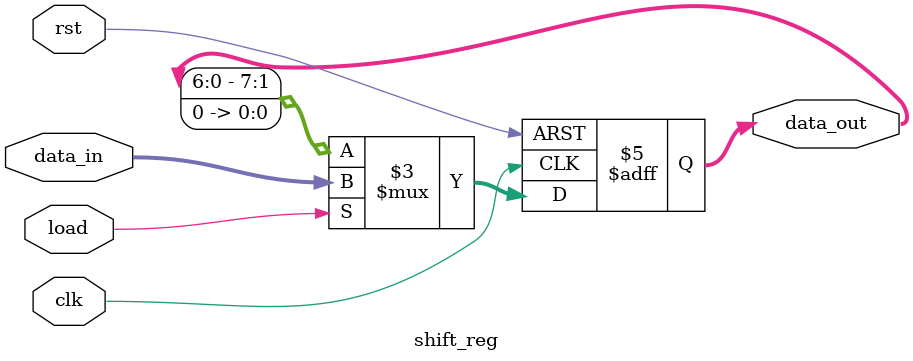
<source format=sv>
module shift_reg (
    input wire clk,
    input wire rst,
    input wire [7:0] data_in,
    input wire load,
    output reg [7:0] data_out
);
    always @(posedge clk or posedge rst) begin
        if (rst) begin
            data_out <= 8'b0; // Сброс регистра
        end else if (load) begin
            data_out <= data_in; // Загружаем входные данные
        end else begin
            data_out <= {data_out[6:0], 1'b0}; // Сдвиг влево
        end
    end
endmodule

</source>
